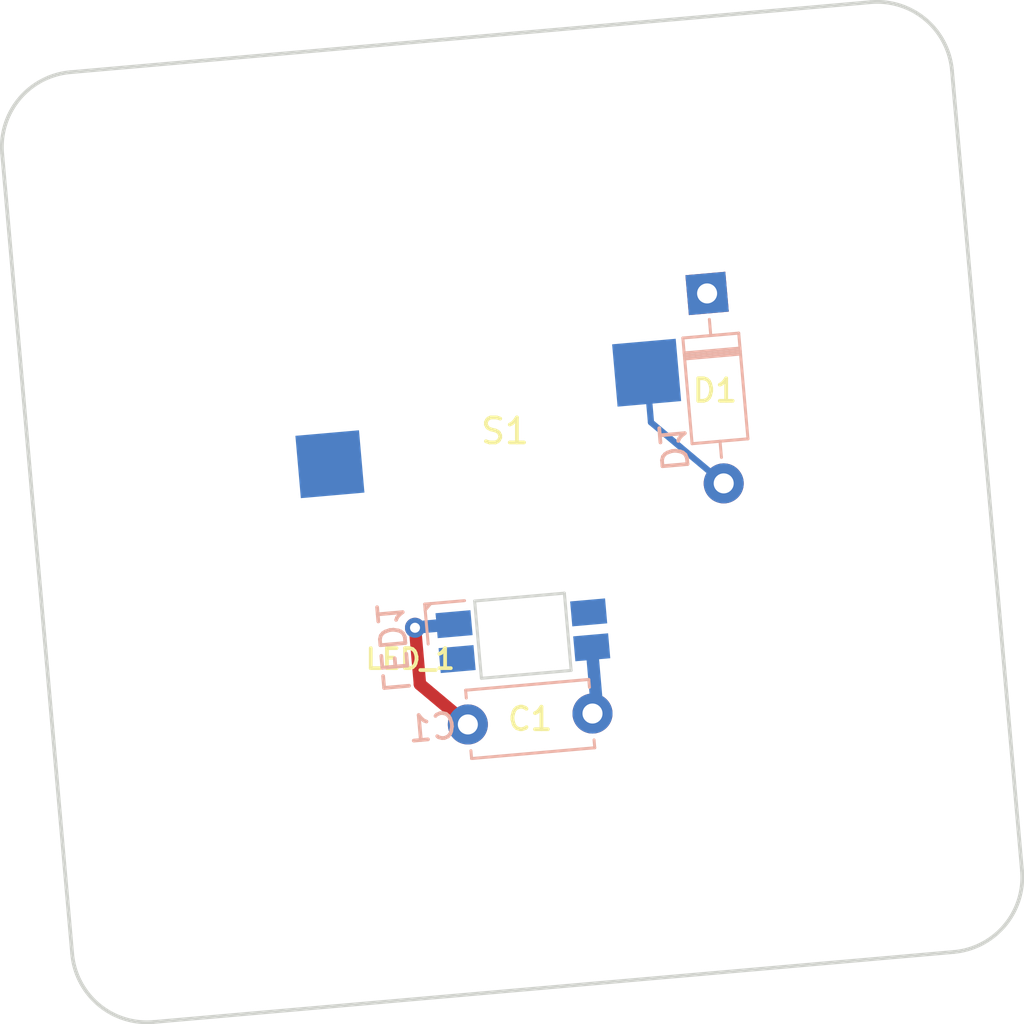
<source format=kicad_pcb>

            
(kicad_pcb (version 20171130) (host pcbnew 5.1.6)

  (page A3)
  (title_block
    (title travis_keytest)
    (rev 2024.03.23)
    (company "Travis Hardiman")
  )

  (general
    (thickness 1.6)
  )

  (layers
    (0 F.Cu signal)
    (31 B.Cu signal)
    (32 B.Adhes user)
    (33 F.Adhes user)
    (34 B.Paste user)
    (35 F.Paste user)
    (36 B.SilkS user)
    (37 F.SilkS user)
    (38 B.Mask user)
    (39 F.Mask user)
    (40 Dwgs.User user)
    (41 Cmts.User user)
    (42 Eco1.User user)
    (43 Eco2.User user)
    (44 Edge.Cuts user)
    (45 Margin user)
    (46 B.CrtYd user)
    (47 F.CrtYd user)
    (48 B.Fab user)
    (49 F.Fab user)
  )

  (setup
    (last_trace_width 0.25)
    (trace_clearance 0.2)
    (zone_clearance 0.508)
    (zone_45_only no)
    (trace_min 0.2)
    (via_size 0.8)
    (via_drill 0.4)
    (via_min_size 0.4)
    (via_min_drill 0.3)
    (uvia_size 0.3)
    (uvia_drill 0.1)
    (uvias_allowed no)
    (uvia_min_size 0.2)
    (uvia_min_drill 0.1)
    (edge_width 0.05)
    (segment_width 0.2)
    (pcb_text_width 0.3)
    (pcb_text_size 1.5 1.5)
    (mod_edge_width 0.12)
    (mod_text_size 1 1)
    (mod_text_width 0.15)
    (pad_size 1.524 1.524)
    (pad_drill 0.762)
    (pad_to_mask_clearance 0.05)
    (aux_axis_origin 0 0)
    (visible_elements FFFFFF7F)
    (pcbplotparams
      (layerselection 0x010fc_ffffffff)
      (usegerberextensions false)
      (usegerberattributes true)
      (usegerberadvancedattributes true)
      (creategerberjobfile true)
      (excludeedgelayer true)
      (linewidth 0.100000)
      (plotframeref false)
      (viasonmask false)
      (mode 1)
      (useauxorigin false)
      (hpglpennumber 1)
      (hpglpenspeed 20)
      (hpglpendiameter 15.000000)
      (psnegative false)
      (psa4output false)
      (plotreference true)
      (plotvalue true)
      (plotinvisibletext false)
      (padsonsilk false)
      (subtractmaskfromsilk false)
      (outputformat 1)
      (mirror false)
      (drillshape 1)
      (scaleselection 1)
      (outputdirectory ""))
  )

            (net 0 "")
(net 1 "single_A_one")
(net 2 "col0")
(net 3 "row0")
(net 4 "LED_1")
(net 5 "LED_0")
(net 6 "RAW")
(net 7 "GND")
            
  (net_class Default "This is the default net class."
    (clearance 0.2)
    (trace_width 0.25)
    (via_dia 0.8)
    (via_drill 0.4)
    (uvia_dia 0.3)
    (uvia_drill 0.1)
    (add_net "")
(add_net "single_A_one")
(add_net "col0")
(add_net "row0")
(add_net "LED_1")
(add_net "LED_0")
(add_net "RAW")
(add_net "GND")
  )

            
(module MX (layer F.Cu)
    (at 100 100 5)
    (fp_text reference "S1" (at 0 -3.25) (layer F.SilkS)  (effects (font (size 1 1) (thickness 0.15))))
    (fp_text value "Kailh MX Switch Sockets" (at 0 0) (layer B.Fab) hide (effects (font (size 1 1) (thickness 0.15))))
    
    (fp_line (start -7 -6) (end -7 -7) (layer Dwgs.User) (width 0.15))
    (fp_line (start -7 7) (end -6 7) (layer Dwgs.User) (width 0.15))
    (fp_line (start -6 -7) (end -7 -7) (layer Dwgs.User) (width 0.15))
    (fp_line (start -7 7) (end -7 6) (layer Dwgs.User) (width 0.15))
    (fp_line (start 7 6) (end 7 7) (layer Dwgs.User) (width 0.15))
    (fp_line (start 7 -7) (end 6 -7) (layer Dwgs.User) (width 0.15))
    (fp_line (start 6 7) (end 7 7) (layer Dwgs.User) (width 0.15))
    (fp_line (start 7 -7) (end 7 -6) (layer Dwgs.User) (width 0.15))
    
    (pad "" np_thru_hole circle (at 0 0) (size 3.9878 3.9878) (drill 3.9878) (layers *.Cu *.Mask))
    (pad "" np_thru_hole circle (at 5.08 0) (size 1.7018 1.7018) (drill 1.7018) (layers *.Cu *.Mask))
    (pad "" np_thru_hole circle (at -5.08 0) (size 1.7018 1.7018) (drill 1.7018) (layers *.Cu *.Mask))

    (fp_line (start -9.5 -9.5) (end 9.5 -9.5) (layer Dwgs.User) (width 0.15))
    (fp_line (start 9.5 -9.5) (end 9.5 9.5) (layer Dwgs.User) (width 0.15))
    (fp_line (start 9.5 9.5) (end -9.5 9.5) (layer Dwgs.User) (width 0.15))
    (fp_line (start -9.5 9.5) (end -9.5 -9.5) (layer Dwgs.User) (width 0.15))
        
    (pad "" np_thru_hole circle (at 2.54 -5.08) (size 3 3) (drill 3) (layers *.Cu *.Mask))
    (pad "" np_thru_hole circle (at -3.81 -2.54) (size 3 3) (drill 3) (layers *.Cu *.Mask))

    (pad 1 smd rect (at -7.085 -2.54 5) (size 2.55 2.5) (layers B.Cu B.Paste B.Mask) (net 2 "col0"))
    (pad 2 smd rect (at 5.842 -5.08 5) (size 2.55 2.5) (layers B.Cu B.Paste B.Mask) (net 1 "single_A_one"))
    
    (model "${SCOTTOKEEBS_KICAD}/3dmodels/ScottoKeebs_Hotswap.3dshapes/Hotswap_MX.step"
      (offset (xyz 0 0 0) )
      (scale (xyz 1 1 1) )
      (rotate (xyz 0 0 0) )
    )
)
(module "Diode_DO-35" (layer "B.Cu")
  (descr "Diode, DO-35_SOD27 series, Axial, Horizontal, pin pitch=7.62mm, , length*diameter=4*2mm^2, , http://www.diodes.com/_files/packages/DO-35.pdf")
  (tags "Diode DO-35_SOD27 series Axial Horizontal pin pitch 7.62mm  length 4mm diameter 2mm")
  (at 107.7931 91.2625 275)
  
  (fp_text reference "D1" (at 5.985 1.921 275) (layer "B.SilkS") 
    (effects (font (size 1 1) (thickness 0.15)) (justify mirror))
  )
  (fp_text value "1N4148" (at 11.065 0 275) (layer "B.Fab")
    (effects (font (size 0.8 0.8) (thickness 0.15)))
  )

  (fp_line (start 1.04 0) (end 1.69 0)
    (stroke (width 0.12) (type solid)) (layer "B.SilkS") )
  (fp_line (start 1.69 -1.12) (end 1.69 1.12)
    (stroke (width 0.12) (type solid)) (layer "B.SilkS") )
  (fp_line (start 1.69 1.12) (end 5.93 1.12)
    (stroke (width 0.12) (type solid)) (layer "B.SilkS") )
  (fp_line (start 2.29 -1.12) (end 2.29 1.12)
    (stroke (width 0.12) (type solid)) (layer "B.SilkS") )
  (fp_line (start 2.41 -1.12) (end 2.41 1.12)
    (stroke (width 0.12) (type solid)) (layer "B.SilkS") )
  (fp_line (start 2.53 -1.12) (end 2.53 1.12)
    (stroke (width 0.12) (type solid)) (layer "B.SilkS") )
  (fp_line (start 5.93 -1.12) (end 1.69 -1.12)
    (stroke (width 0.12) (type solid)) (layer "B.SilkS") )
  (fp_line (start 5.93 1.12) (end 5.93 -1.12)
    (stroke (width 0.12) (type solid)) (layer "B.SilkS") )
  (fp_line (start 6.58 0) (end 5.93 0)
    (stroke (width 0.12) (type solid)) (layer "B.SilkS") )

  (fp_line (start -1.05 -1.25) (end -1.05 1.25)
    (stroke (width 0.05) (type solid)) (layer "B.CrtYd") )
  (fp_line (start -1.05 1.25) (end 8.67 1.25)
    (stroke (width 0.05) (type solid)) (layer "B.CrtYd") )
  (fp_line (start 8.67 -1.25) (end -1.05 -1.25)
    (stroke (width 0.05) (type solid)) (layer "B.CrtYd") )
  (fp_line (start 8.67 1.25) (end 8.67 -1.25)
    (stroke (width 0.05) (type solid)) (layer "B.CrtYd") )

  (fp_line (start 0 0) (end 1.81 0)
    (stroke (width 0.1) (type solid)) (layer "B.Fab") )
  (fp_line (start 1.81 -1) (end 1.81 1)
    (stroke (width 0.1) (type solid)) (layer "B.Fab") )
  (fp_line (start 1.81 1) (end 5.81 1)
    (stroke (width 0.1) (type solid)) (layer "B.Fab") )
  (fp_line (start 2.31 -1) (end 2.31 1)
    (stroke (width 0.1) (type solid)) (layer "B.Fab") )
  (fp_line (start 2.41 -1) (end 2.41 1)
    (stroke (width 0.1) (type solid)) (layer "B.Fab") )
  (fp_line (start 2.51 -1) (end 2.51 1)
    (stroke (width 0.1) (type solid)) (layer "B.Fab") )
  (fp_line (start 5.81 -1) (end 1.81 -1)
    (stroke (width 0.1) (type solid)) (layer "B.Fab") )
  (fp_line (start 5.81 1) (end 5.81 -1)
    (stroke (width 0.1) (type solid)) (layer "B.Fab") )
  (fp_line (start 7.62 0) (end 5.81 0)
    (stroke (width 0.1) (type solid)) (layer "B.Fab") )
  
  (pad 1 thru_hole rect (at 0 0 275) (size 1.6 1.6) (drill 0.8) (layers "*.Cu" "*.Mask") (net 3 "row0"))
  (pad 2 thru_hole oval (at 7.62 0 275) (size 1.6 1.6) (drill 0.8) (layers "*.Cu" "*.Mask") (net 1 "single_A_one"))

  (model "${SCOTTOKEEBS_KICAD}/3dmodels/ScottoKeebs_Components.3dshapes/Diode_DO-35.step"
    (offset (xyz 0 0 0))
    (scale (xyz 1 1 1))
    (rotate (xyz 0 0 0))
  )
)
(gr_text "D1" (at 107.1290 95.1452 0) (layer F.SilkS)
  (effects (font (size 0.9 0.9) (thickness 0.15)) (justify left))
)
(module "ceoloide:led_SK6812mini-e (per-key single-side)" 
  (layer B.Cu)
  (at 100.4323 104.9411 5)

  (fp_text reference "LED1" (at -5.25 0 95) (layer B.SilkS) 
    (effects (font (size 1 1) (thickness 0.15)) (justify mirror))
  )
  (fp_text value "SK6812mini-e" (at 0 -2.25 5) (layer "B.Fab")
    (effects (font (size 0.8 0.8) (thickness 0.125)))
  )

  (fp_line (start -1.6 -1.4) (end 1.6 -1.4) (layer Dwgs.User) (width 0.12))
  (fp_line (start -1.6 1.4) (end 1.6 1.4) (layer Dwgs.User) (width 0.12))
  (fp_line (start -1.6 -1.4) (end -1.6 1.4) (layer Dwgs.User) (width 0.12))
  (fp_line (start 1.6 -1.4) (end 1.6 1.4) (layer Dwgs.User) (width 0.12))
  (fp_line (start -1.6 -1.05) (end -2.94 -1.05) (layer Dwgs.User) (width 0.12))
  (fp_line (start -2.94 -1.05) (end -2.94 -0.37) (layer Dwgs.User) (width 0.12))
  (fp_line (start -2.94 -0.37) (end -1.6 -0.37) (layer Dwgs.User) (width 0.12))
  (fp_line (start -1.6 0.35) (end -2.94 0.35) (layer Dwgs.User) (width 0.12))
  (fp_line (start -2.94 1.03) (end -1.6 1.03) (layer Dwgs.User) (width 0.12))
  (fp_line (start -2.94 0.35) (end -2.94 1.03) (layer Dwgs.User) (width 0.12))
  (fp_line (start 1.6 1.03) (end 2.94 1.03) (layer Dwgs.User) (width 0.12))
  (fp_line (start 2.94 0.35) (end 1.6 0.35) (layer Dwgs.User) (width 0.12))
  (fp_line (start 2.94 1.03) (end 2.94 0.35) (layer Dwgs.User) (width 0.12))
  (fp_line (start 1.6 -0.37) (end 2.94 -0.37) (layer Dwgs.User) (width 0.12))
  (fp_line (start 2.94 -1.05) (end 1.6 -1.05) (layer Dwgs.User) (width 0.12))
  (fp_line (start 2.94 -0.37) (end 2.94 -1.05) (layer Dwgs.User) (width 0.12))

  (fp_line (start -3.8 -1.6) (end -2.2 -1.6) (layer B.SilkS) (width 0.12))
  (fp_line (start -3.8 0) (end -3.8 -1.6) (layer B.SilkS) (width 0.12))
  (fp_line (start -3.8 -1.36) (end -3.56 -1.6) (layer B.SilkS) (width 0.12))

  (pad 2 smd rect (at 2.70 -0.7 5) (size 1.4 1) (layers B.Cu B.Paste B.Mask) (net 5 "LED_0"))
  (pad 1 smd rect (at 2.70 0.7 5) (size 1.4 1) (layers B.Cu B.Paste B.Mask) (net 6 "RAW"))
  (pad 3 smd rect (at -2.70 -0.7 5) (size 1.4 1) (layers B.Cu B.Paste B.Mask) (net 7 "GND"))
  (pad 4 smd rect (at -2.70 0.7 5) (size 1.4 1) (layers B.Cu B.Paste B.Mask) (net 4 "LED_1"))
    
  (fp_line (start -0.8 -1.4) (end -0.8 1.4) (layer Dwgs.User) (width 0.12))
  (fp_line (start 0.8 -1.4) (end 0.8 1.4) (layer Dwgs.User) (width 0.12))
  (fp_line (start -1 -1.4) (end -1 1.4) (layer Dwgs.User) (width 0.12))
  (fp_line (start 1 -1.4) (end 1 1.4) (layer Dwgs.User) (width 0.12))
  
  (fp_poly
    (pts
      (xy 1.6 -1.05) (xy 2.94 -1.05) (xy 2.94 -0.37) (xy 1.6 -0.37) (xy 1.6 0.35)
      (xy 2.94 0.35) (xy 2.94 1.03) (xy 1.6 1.03) (xy 1.6 1.4) (xy -1.6 1.4)
      (xy -1.6 1.03) (xy -2.94 1.03) (xy -2.94 0.35) (xy -1.6 0.35) (xy -1.6 -0.37)
      (xy -2.94 -0.37) (xy -2.94 -1.05) (xy -1.6 -1.05) (xy -1.6 -1.4) (xy 1.6 -1.4)
    )
    (width 0.1) (layer "B.CrtYd")
  )

  (fp_line (start -1.8 -1.55) (end -1.8 1.55) (layer Edge.Cuts) (width 0.12))
  (fp_line (start -1.8 1.55) (end 1.8 1.55) (layer Edge.Cuts) (width 0.12))
  (fp_line (start 1.8 1.55) (end 1.8 -1.55) (layer Edge.Cuts) (width 0.12))
  (fp_line (start 1.8 -1.55) (end -1.8 -1.55) (layer Edge.Cuts) (width 0.12))
)
  
(zone (net 0) (net_name "") (layers "F&B.Cu") (hatch edge 0.3)
  (connect_pads (clearance 0))
  (min_thickness 0.25)
  (keepout (tracks not_allowed) (vias not_allowed) (copperpour not_allowed))
  (fill (thermal_gap 0.5) (thermal_bridge_width 0.5))
  (polygon
    (pts
      (xy 98.2787 103.2725)
      (xy 102.2634 102.9239)
      (xy 102.5859 106.6098)
      (xy 98.6011 106.9584)
    )
  )
)
(gr_text "LED_1" (at 97.8036 105.8738 0) (layer F.SilkS)
  (effects (font (size 0.8 0.8) (thickness 0.15)) (justify right))
)
(module C_Disc_D4.7mm_W2.5mm_P5.00mm (layer B.Cu)
  (descr "C, Disc series, Radial, pin pitch=5.00mm, , diameter*width=4.7*2.5mm^2, Capacitor, http://www.vishay.com/docs/45233/krseries.pdf")
  (tags "C Disc series Radial pin pitch 5.00mm  diameter 4.7mm width 2.5mm Capacitor")
  (at 103.2139 108.0505 185)

  (fp_text reference "C1" (at 7.5 0 185) (layer B.SilkS) 
    (effects (font (size 1 1) (thickness 0.15)) (justify right mirror))
  )
  (fp_text value "104" (at -2.5 0 185) (layer B.Fab)
    (effects (font (size 1 1) (thickness 0.15)))
  )
  (fp_line (start 0.15 -1.25) (end 0.15 1.25) (layer B.Fab) (width 0.1))
  (fp_line (start 0.15 1.25) (end 4.85 1.25) (layer B.Fab) (width 0.1))
  (fp_line (start 4.85 1.25) (end 4.85 -1.25) (layer B.Fab) (width 0.1))
  (fp_line (start 4.85 -1.25) (end 0.15 -1.25) (layer B.Fab) (width 0.1))
  (fp_line (start 0.03 -1.37) (end 4.97 -1.37) (layer B.SilkS) (width 0.12))
  (fp_line (start 0.03 1.37) (end 4.97 1.37) (layer B.SilkS) (width 0.12))
  (fp_line (start 0.03 -1.37) (end 0.03 -1.055) (layer B.SilkS) (width 0.12))
  (fp_line (start 0.03 1.055) (end 0.03 1.37) (layer B.SilkS) (width 0.12))
  (fp_line (start 4.97 -1.37) (end 4.97 -1.055) (layer B.SilkS) (width 0.12))
  (fp_line (start 4.97 1.055) (end 4.97 1.37) (layer B.SilkS) (width 0.12))
  (fp_line (start -1.05 -1.5) (end -1.05 1.5) (layer B.CrtYd) (width 0.05))
  (fp_line (start -1.05 1.5) (end 6.05 1.5) (layer B.CrtYd) (width 0.05))
  (fp_line (start 6.05 1.5) (end 6.05 -1.5) (layer B.CrtYd) (width 0.05))
  (fp_line (start 6.05 -1.5) (end -1.05 -1.5) (layer B.CrtYd) (width 0.05))
  (pad 1 thru_hole circle (at 0 0) (size 1.6 1.6) (drill 0.8) (layers *.Cu *.Mask) (net 6 "RAW"))
  (pad 2 thru_hole circle (at 5 0) (size 1.6 1.6) (drill 0.8) (layers *.Cu *.Mask) (net 7 "GND"))
  (model ${KISYS3DMOD}/Capacitor_THT.3dshapes/C_Disc_D4.7mm_W2.5mm_P5.00mm.wrl
    (at (xyz 0 0 0))
    (scale (xyz 1 1 1))
    (rotate (xyz 0 0 0))
  )
)
(gr_text "C1" (at 100.7234 108.2684 0) (layer F.SilkS)
  (effects (font (size 0.9 0.9) (thickness 0.15)))
)
(segment 
  (start 105.5506 96.4146) 
  (end 108.4573 98.8535) 
  (width 0.25) 
  (layer "B.Cu") 
  (net 1) 
)
(segment
  (start 105.3770 94.4302)
  (end 105.5506 96.4146)
  (width 0.25)
  (layer "B.Cu")
  (net 1)
)

(segment
  (start 103.1830 105.4031)
  (end 103.3957 107.8339)
  (width 0.5)
  (layer "B.Cu")
  (net 6)
)
(segment
  (start 103.3957 107.8339)
  (end 103.2139 108.0505)
  (width 0.5)
  (layer "B.Cu")
  (net 6)
)

(segment
  (start 96.1209 104.6229)
  (end 96.3184 106.8799)
  (width 0.5)
  (layer "F.Cu")
  (net 7)
)
(segment
  (start 96.3184 106.8799)
  (end 98.2329 108.4863)
  (width 0.5)
  (layer "F.Cu")
  (net 7)
)

(via
  (at 96.1209 104.6229)
  (size 0.8)
  (drill 0.4)
  (layers "F.Cu" "B.Cu")
  (net 7)
)

(segment
  (start 97.6816 104.4791)
  (end 96.1275 104.6151)
  (width 0.5)
  (layer "B.Cu")
  (net 7)
)
(segment
  (start 96.1275 104.6151)
  (end 96.1209 104.6229)
  (width 0.5)
  (layer "B.Cu")
  (net 7)
)
            (gr_line (start 82.42134066020488 117.6492416746529) (end 79.62364131742426 85.67139186964687) (angle 90) (layer Edge.Cuts) (width 0.15))
(gr_line (start 82.35075832534707 82.42134066020488) (end 114.3286081303531 79.62364131742426) (angle 90) (layer Edge.Cuts) (width 0.15))
(gr_line (start 117.57865933979514 82.35075832534721) (end 120.37635868257577 114.32860813035336) (angle 90) (layer Edge.Cuts) (width 0.15))
(gr_line (start 117.64924167465293 117.57865933979512) (end 85.67139186964687 120.37635868257574) (angle 90) (layer Edge.Cuts) (width 0.15))
(gr_arc (start 82.61222542610668 85.40992476888732) (end 82.35075832610667 82.42134066888732) (angle -89.99999999999898) (layer Edge.Cuts) (width 0.15))
(gr_arc (start 114.5900752311127 82.61222542610668) (end 117.5786593311127 82.35075832610667) (angle -90.00000000000273) (layer Edge.Cuts) (width 0.15))
(gr_arc (start 117.38777457389335 114.5900752311129) (end 117.64924167389336 117.5786593311129) (angle -89.99999999999918) (layer Edge.Cuts) (width 0.15))
(gr_arc (start 85.40992476888728 117.38777457389332) (end 82.42134066888728 117.64924167389333) (angle -90.00000000000026) (layer Edge.Cuts) (width 0.15))
            
)

        
</source>
